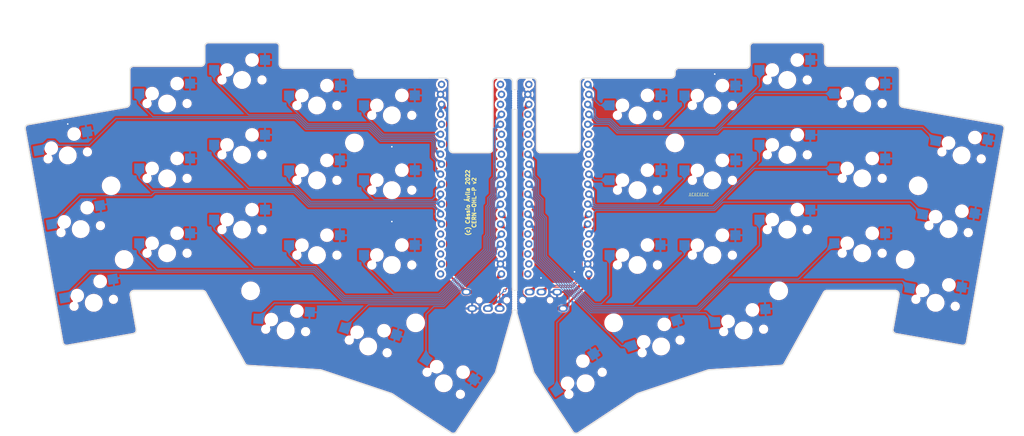
<source format=kicad_pcb>
(kicad_pcb (version 20221018) (generator pcbnew)
  (layers (0 "F.Cu" signal) (31 "B.Cu" signal) (34 "B.Paste" user) (35 "F.Paste" user) (36 "B.SilkS" user "B.Silkscreen") (37 "F.SilkS" user "F.Silkscreen") (38 "B.Mask" user) (39 "F.Mask" user) (44 "Edge.Cuts" user))
  (net 0 "")
  (net 1 "/k0_0")
  (net 2 "GND")
  (net 3 "/k1_0")
  (net 4 "/k2_0")
  (net 5 "/k0_1")
  (net 6 "/k1_1")
  (net 7 "/k2_1")
  (net 8 "/k0_2")
  (net 9 "/k1_2")
  (net 10 "/k2_2")
  (net 11 "/k0_3")
  (net 12 "/k1_3")
  (net 13 "/k2_3")
  (net 14 "/k0_4")
  (net 15 "/k1_4")
  (net 16 "/k0_5")
  (net 17 "/k1_5")
  (net 18 "/k2_5")
  (net 19 "/k0_6")
  (net 20 "/k1_6")
  (net 21 "/k2_6")
  (net 22 "/k0_7")
  (net 23 "/k1_7")
  (net 24 "/k2_7")
  (net 25 "/k0_8")
  (net 26 "/k1_8")
  (net 27 "/k2_8")
  (net 28 "/k0_9")
  (net 29 "/k1_9")
  (net 30 "/k2_9")
  (net 62 "/k3_0")
  (net 63 "/k3_1")
  (net 64 "/k3_2")
  (net 65 "/k3_3")
  (net 66 "/k3_4")
  (net 67 "/k3_5")
  (net 68 "TX_l")
  (net 69 "RX_l")
  (net 70 "+3V3")
  (net 71 "TX_r")
  (net 72 "RX_r")
  (net 73 "/k2_4")
  (footprint "tenax:CherryMX_Hotswap" (layer "F.Cu") (at 82.548998 79.629002)
    (fp_text reference "SW8" hide)
    (fp_text value "SW_SPST" hide)
  )
  (footprint "tenax:CherryMX_Hotswap" (layer "F.Cu") (at 202.148999 67.079001)
    (fp_text reference "SW23" hide)
    (fp_text value "SW_SPST" hide)
  )
  (footprint "tenax:M2_HOLE_v2" (layer "F.Cu") (at 254.479898 87.5157)
    (fp_text reference "H6" hide)
    (fp_text value "MountingHole" hide)
  )
  (footprint "tenax:CherryMX_Hotswap" (layer "F.Cu") (at 221.198999 60.579002)
    (fp_text reference "SW27" hide)
    (fp_text value "SW_SPST" hide)
  )
  (footprint "tenax:M2_HOLE_v2" (layer "F.Cu") (at 126.686109 122.411002)
    (fp_text reference "H7" hide)
    (fp_text value "MountingHole" hide)
  )
  (footprint "tenax:CherryMX_Hotswap" (layer "F.Cu") (at 262.206206 98.550007 -10)
    (fp_text reference "SW35" hide)
    (fp_text value "SW_SPST" hide)
  )
  (footprint "tenax:M2_HOLE_v2" (layer "F.Cu") (at 111.124 76.604001)
    (fp_text reference "H11" hide)
    (fp_text value "MountingHole" hide)
  )
  (footprint "tenax:MJ-4PP-9_1side" (layer "F.Cu") (at 151.373997 116.654002 -90)
    (fp_text reference "J1")
    (fp_text value "AudioJack4" hide)
  )
  (footprint "tenax:Breakaway_Tabs" (layer "F.Cu") (at 151.574 116.654001 90)
    (fp_text reference "H2")
    (fp_text value "Breakaway Tabs")
  )
  (footprint "tenax:CherryMX_Hotswap" (layer "F.Cu") (at 63.498999 104.679)
    (fp_text reference "SW6" hide)
    (fp_text value "SW_SPST" hide)
  )
  (footprint "tenax:CherryMX_Hotswap" (layer "F.Cu") (at 221.198998 98.679001)
    (fp_text reference "SW29" hide)
    (fp_text value "SW_SPST" hide)
  )
  (footprint "tenax:M2_HOLE_v2" (layer "F.Cu") (at 177.061888 122.411)
    (fp_text reference "H10" hide)
    (fp_text value "MountingHole" hide)
  )
  (footprint "tenax:M2_HOLE_v2" (layer "F.Cu") (at 52.576099 106.2763)
    (fp_text reference "H12" hide)
    (fp_text value "MountingHole" hide)
  )
  (footprint "tenax:CherryMX_Hotswap" (layer "F.Cu") (at 120.649 107.679001)
    (fp_text reference "SW17" hide)
    (fp_text value "SW_SPST" hide)
  )
  (footprint "tenax:CherryMX_Hotswap" (layer "F.Cu") (at 82.548998 60.579001)
    (fp_text reference "SW7" hide)
    (fp_text value "SW_SPST" hide)
  )
  (footprint "tenax:CherryMX_Hotswap" (layer "F.Cu") (at 101.598999 105.179002)
    (fp_text reference "SW13" hide)
    (fp_text value "SW_SPST" hide)
  )
  (footprint "tenax:CherryMX_Hotswap" (layer "F.Cu") (at 258.898204 117.310609 -10)
    (fp_text reference "SW36" hide)
    (fp_text value "SW_SPST" hide)
  )
  (footprint "tenax:CherryMX_Hotswap" (layer "F.Cu") (at 120.648999 88.628999)
    (fp_text reference "SW16" hide)
    (fp_text value "SW_SPST" hide)
  )
  (footprint "tenax:CherryMX_Hotswap" (layer "F.Cu") (at 240.248999 104.679003)
    (fp_text reference "SW33" hide)
    (fp_text value "SW_SPST" hide)
  )
  (footprint "tenax:CherryMX_Hotswap" (layer "F.Cu") (at 265.514204 79.789409 -10)
    (fp_text reference "SW34" hide)
    (fp_text value "SW_SPST" hide)
  )
  (footprint "tenax:Breakaway_Tabs" (layer "F.Cu") (at 152.173998 65.554002 90)
    (fp_text reference "H13")
    (fp_text value "Breakaway Tabs")
  )
  (footprint "tenax:CherryMX_Hotswap" (layer "F.Cu") (at 44.849805 117.310607 10)
    (fp_text reference "SW3" hide)
    (fp_text value "SW_SPST" hide)
  )
  (footprint "tenax:CherryMX_Hotswap" (layer "F.Cu") (at 82.549 98.679002)
    (fp_text reference "SW9" hide)
    (fp_text value "SW_SPST" hide)
  )
  (footprint "tenax:CherryMX_Hotswap" (layer "F.Cu") (at 63.498999 66.579)
    (fp_text reference "SW4" hide)
    (fp_text value "SW_SPST" hide)
  )
  (footprint "tenax:CherryMX_Hotswap" (layer "F.Cu") (at 240.248998 66.579)
    (fp_text reference "SW31" hide)
    (fp_text value "SW_SPST" hide)
  )
  (footprint "tenax:CherryMX_Hotswap" (layer "F.Cu") (at 63.499 85.629002)
    (fp_text reference "SW5" hide)
    (fp_text value "SW_SPST" hide)
  )
  (footprint "tenax:CherryMX_Hotswap" (layer "F.Cu") (at 41.541805 98.550006 10)
    (fp_text reference "SW2" hide)
    (fp_text value "SW_SPST" hide)
  )
  (footprint "tenax:CherryMX_Hotswap" (layer "F.Cu") (at 183.098998 88.629)
    (fp_text reference "SW20" hide)
    (fp_text value "SW_SPST" hide)
  )
  (footprint "tenax:Breakaway_Tabs" (layer "F.Cu") (at 151.573998 65.554002 90)
    (fp_text reference "H1")
    (fp_text value "Breakaway Tabs")
  )
  (footprint "tenax:CherryMX_Hotswap" (layer "F.Cu") (at 93.650178 124.343199 -3.5)
    (fp_text reference "SW10" hide)
    (fp_text value "SW_SPST" hide)
  )
  (footprint "tenax:M2_HOLE_v2" (layer "F.Cu") (at 219.023598 114.254481)
    (fp_text reference "H5" hide)
    (fp_text value "MountingHole" hide)
  )
  (footprint "tenax:CherryMX_Hotswap" (layer "F.Cu") (at 169.906537 137.791064 33.5)
    (fp_text reference "SW22" hide)
    (fp_text value "SW_SPST" hide)
  )
  (footprint "tenax:CherryMX_Hotswap" (layer "F.Cu") (at 210.097851 124.343203 3.5)
    (fp_text reference "SW30" hide)
    (fp_text value "SW_SPST" hide)
  )
  (footprint "tenax:CherryMX_Hotswap" (layer "F.Cu") (at 38.233806 79.789407 10)
    (fp_text reference "SW1" hide)
    (fp_text value "SW_SPST" hide)
  )
  (footprint "tenax:Breakaway_Tabs" (layer "F.Cu") (at 152.174 116.654001 90)
    (fp_text reference "H14")
    (fp_text value "Breakaway Tabs")
  )
  (footprint "tenax:CherryMX_Hotswap" (layer "F.Cu") (at 202.149001 86.129)
    (fp_text reference "SW24" hide)
    (fp_text value "SW_SPST" hide)
  )
  (footprint "tenax:CherryMX_Hotswap" (layer "F.Cu") (at 240.248999 85.629001)
    (fp_text reference "SW32" hide)
    (fp_text value "SW_SPST" hide)
  )
  (footprint "tenax:CherryMX_Hotswap" (layer "F.Cu") (at 202.148999 105.179002)
    (fp_text reference "SW25" hide)
    (fp_text value "SW_SPST" hide)
  )
  (footprint "tenax:M2_HOLE_v2" (layer "F.Cu") (at 192.624 76.604001)
    (fp_text reference "H9" hide)
    (fp_text value "MountingHole" hide)
  )
  (footprint "tenax:CherryMX_Hotswap" (layer "F.Cu") (at 120.648999 69.579002)
    (fp_text reference "SW15" hide)
    (fp_text value "SW_SPST" hide)
  )
  (footprint "tenax:M2_HOLE_v2" (layer "F.Cu") (at 251.171899 106.276302)
    (fp_text reference "H4" hide)
    (fp_text value "MountingHole" hide)
  )
  (footprint "tenax:MJ-4PP-9_1side" (layer "F.Cu") (at 152.373998 116.654 90)
    (fp_text reference "J2")
    (fp_text value "AudioJack4" hide)
  )
  (footprint "tenax:CherryMX_Hotswap" (layer "F.Cu") (at 221.198999 79.629003)
    (fp_text reference "SW28" hide)
    (fp_text value "SW_SPST" hide)
  )
  (footprint "tenax:M2_HOLE_v2" (layer "F.Cu") (at 49.2681 87.515702)
    (fp_text reference "H3" hide)
    (fp_text value "MountingHole" hide)
  )
  (footprint "tenax:CherryMX_Hotswap" (layer "F.Cu") (at 183.098999 69.579002)
    (fp_text reference "SW19" hide)
    (fp_text value "SW_SPST" hide)
  )
  (footprint "tenax:CherryMX_Hotswap" (layer "F.Cu") (at 101.598999 86.129002)
    (fp_text reference "SW12" hide)
    (fp_text value "SW_SPST" hide)
  )
  (footprint "tenax:CherryMX_Hotswap" (layer "F.Cu") (at 189.117041 128.421469 18.5)
    (fp_text reference "SW26" hide)
    (fp_text value "SW_SPST" hide)
  )
  (footprint "tenax:CherryMX_Hotswap" (layer "F.Cu") (at 114.631 128.421457 -18.5)
    (fp_text reference "SW14" hide)
    (fp_text value "SW_SPST" hide)
  )
  (footprint "tenax:M2_HOLE_v2" (layer "F.Cu") (at 84.724398 114.25448)
    (fp_text reference "H8" hide)
    (fp_text value "MountingHole" hide)
  )
  (footprint "tenax:CherryMX_Hotswap" (layer "F.Cu") (at 183.098999 107.679002)
    (fp_text reference "SW21" hide)
    (fp_text value "SW_SPST" hide)
  )
  (footprint "tenax:CherryMX_Hotswap" (layer "F.Cu") (at 101.599 67.079)
    (fp_text reference "SW11" hide)
    (fp_text value "SW_SPST" hide)
  )
  (footprint "tenax:CherryMX_Hotswap" (layer "F.Cu") (at 133.841437 137.791064 -33.5)
    (fp_text reference "SW18" hide)
    (fp_text value "SW_SPST" hide)
  )
  (footprint "tenax:BlackPill_STLINK" (layer "B.Cu") (at 140.774001 86.804002 180)
    (fp_text reference "U1")
    (fp_text value "YAAJ_WeAct_BlackPill_Part_Like")
  )
  (footprint "tenax:BlackPill_STLINK" (layer "B.Cu") (at 162.973997 86.804001 180)
    (fp_text reference "U2")
    (fp_text value "YAAJ_WeAct_BlackPill_Part_Like")
  )
  (gr_line (start 27.3732 73.047902) (end 36.949898 127.360102) (stroke (width 0.15)) (layer "Edge.Cuts"))
  (gr_arc (start 156.474 60.054001) (mid 157.181107 60.346895) (end 157.473998 61.054002) (stroke (width 0.15)) (layer "Edge.Cuts"))
  (gr_line (start 151.373998 61.054002) (end 151.373998 63.054002) (stroke (width 0.15)) (layer "Edge.Cuts"))
  (gr_line (start 192.623999 59.054001) (end 192.623999 58.554002) (stroke (width 0.15)) (layer "Edge.Cuts"))
  (gr_line (start 92.073999 52.054002) (end 92.074 56.554003) (stroke (width 0.15)) (layer "Edge.Cuts"))
  (gr_arc (start 72.434099 114.204003) (mid 72.942164 114.342684) (end 73.309312 114.720261) (stroke (width 0.15)) (layer "Edge.Cuts"))
  (gr_line (start 120.751242 140.549201) (end 135.693099 150.439) (stroke (width 0.15)) (layer "Edge.Cuts"))
  (gr_line (start 156.792699 135.235603) (end 166.669099 150.157101) (stroke (width 0.15)) (layer "Edge.Cuts"))
  (gr_line (start 231.724 57.054001) (end 248.773999 57.054002) (stroke (width 0.15)) (layer "Edge.Cuts"))
  (gr_arc (start 120.516608 140.434777) (mid 120.637673 140.484306) (end 120.751238 140.549213) (stroke (width 0.15)) (layer "Edge.Cuts"))
  (gr_line (start 54.180899 115.37765) (end 55.710498 124.052103) (stroke (width 0.15)) (layer "Edge.Cuts"))
  (gr_arc (start 102.444448 134.423866) (mid 102.574207 134.440374) (end 102.700702 134.473676) (stroke (width 0.15)) (layer "Edge.Cuts"))
  (gr_line (start 135.274 61.054002) (end 135.273999 78.054001) (stroke (width 0.15)) (layer "Edge.Cuts"))
  (gr_line (start 230.723999 56.054001) (end 230.724 52.054001) (stroke (width 0.15)) (layer "Edge.Cuts"))
  (gr_arc (start 137.078886 150.157139) (mid 136.444367 150.585125) (end 135.693062 150.439087) (stroke (width 0.15)) (layer "Edge.Cuts"))
  (gr_line (start 120.516608 140.4348) (end 102.700699 134.473701) (stroke (width 0.15)) (layer "Edge.Cuts"))
  (gr_arc (start 147.083095 134.957719) (mid 147.029873 135.101543) (end 146.955286 135.235539) (stroke (width 0.15)) (layer "Edge.Cuts"))
  (gr_line (start 151.374 114.154001) (end 152.374 114.154002) (stroke (width 0.15)) (layer "Edge.Cuts"))
  (gr_arc (start 152.412302 120.03812) (mid 152.38362 119.902392) (end 152.373998 119.764001) (stroke (width 0.15)) (layer "Edge.Cuts"))
  (gr_arc (start 91.073999 51.054001) (mid 91.781107 51.346894) (end 92.073999 52.054002) (stroke (width 0.15)) (layer "Edge.Cuts"))
  (gr_line (start 167.474 79.054) (end 158.473999 79.054001) (stroke (width 0.15)) (layer "Edge.Cuts"))
  (gr_arc (start 248.5822 114.204002) (mid 249.348244 114.561215) (end 249.567005 115.37765) (stroke (width 0.15)) (layer "Edge.Cuts"))
  (gr_line (start 201.047298 134.473701) (end 183.23139 140.434801) (stroke (width 0.15)) (layer "Edge.Cuts"))
  (gr_line (start 152.373998 119.764001) (end 152.374 119.754002) (stroke (width 0.15)) (layer "Edge.Cuts"))
  (gr_line (start 102.444496 134.423901) (end 84.109799 133.302501) (stroke (width 0.15)) (layer "Edge.Cuts"))
  (gr_arc (start 112.123999 60.054001) (mid 111.416893 59.761107) (end 111.123999 59.054) (stroke (width 0.15)) (layer "Edge.Cuts"))
  (gr_line (start 74.023999 51.054002) (end 91.073999 51.054001) (stroke (width 0.15)) (layer "Edge.Cuts"))
  (gr_line (start 54.899298 125.210502) (end 38.108398 128.171202) (stroke (width 0.15)) (layer "Edge.Cuts"))
  (gr_line (start 191.624 60.054) (end 173.573999 60.054001) (stroke (width 0.15)) (layer "Edge.Cuts"))
  (gr_arc (start 84.109852 133.302537) (mid 83.636768 133.149804) (end 83.295689 132.788142) (stroke (width 0.15)) (layer "Edge.Cuts"))
  (gr_arc (start 110.123999 57.554002) (mid 110.831105 57.846895) (end 111.123998 58.554002) (stroke (width 0.15)) (layer "Edge.Cuts"))
  (gr_line (start 151.374002 119.154002) (end 152.373999 119.153999) (stroke (width 0.15)) (layer "Edge.Cuts"))
  (gr_arc (start 136.274 79.054001) (mid 135.566893 78.761108) (end 135.273999 78.054001) (stroke (width 0.15)) (layer "Edge.Cuts"))
  (gr_arc (start 192.623999 59.054001) (mid 192.331106 59.761106) (end 191.624 60.054) (stroke (width 0.15)) (layer "Edge.Cuts"))
  (gr_line (start 151.373999 119.754002) (end 151.374002 119.154002) (stroke (width 0.15)) (layer "Edge.Cuts"))
  (gr_line (start 150.373999 60.054) (end 147.273999 60.054) (stroke (width 0.15)) (layer "Edge.Cuts"))
  (gr_line (start 54.974 57.054001) (end 72.023998 57.054002) (stroke (width 0.15)) (layer "Edge.Cuts"))
  (gr_arc (start 168.054935 150.439087) (mid 167.303632 150.585125) (end 166.669114 150.157139) (stroke (width 0.15)) (layer "Edge.Cuts"))
  (gr_arc (start 93.073998 57.554001) (mid 92.366892 57.261108) (end 92.074 56.554003) (stroke (width 0.15)) (layer "Edge.Cuts"))
  (gr_arc (start 201.047294 134.473676) (mid 201.17379 134.440373) (end 201.303551 134.423865) (stroke (width 0.15)) (layer "Edge.Cuts"))
  (gr_line (start 193.623999 57.554001) (end 210.673997 57.554001) (stroke (width 0.15)) (layer "Edge.Cuts"))
  (gr_arc (start 168.473999 61.054003) (mid 168.766891 60.346894) (end 169.473999 60.054) (stroke (width 0.15)) (layer "Edge.Cuts"))
  (gr_line (start 152.373999 68.054001) (end 152.374 114.154002) (stroke (width 0.15)) (layer "Edge.Cuts"))
  (gr_arc (start 230.438689 114.720261) (mid 230.805835 114.342682) (end 231.3139 114.204001) (stroke (width 0.15)) (layer "Edge.Cuts"))
  (gr_arc (start 73.023999 52.054001) (mid 73.316891 51.346892) (end 74.023999 51.054002) (stroke (width 0.15)) (layer "Edge.Cuts"))
  (gr_line (start 157.473999 78.054) (end 157.473998 61.054002) (stroke (width 0.15)) (layer "Edge.Cuts"))
  (gr_line (start 219.638198 133.302502) (end 201.303497 134.423901) (stroke (width 0.15)) (layer "Edge.Cuts"))
  (gr_line (start 130.173997 60.054002) (end 134.274 60.054002) (stroke (width 0.15)) (layer "Edge.Cuts"))
  (gr_line (start 168.474 78.054001) (end 168.473999 61.054003) (stroke (width 0.15)) (layer "Edge.Cuts"))
  (gr_arc (start 53.973999 58.054001) (mid 54.266893 57.346894) (end 54.974 57.054001) (stroke (width 0.15)) (layer "Edge.Cuts"))
  (gr_arc (start 248.773999 57.054002) (mid 249.481105 57.346894) (end 249.773998 58.054) (stroke (width 0.15)) (layer "Edge.Cuts"))
  (gr_line (start 248.037501 124.052101) (end 249.567099 115.377651) (stroke (width 0.15)) (layer "Edge.Cuts"))
  (gr_arc (start 27.373191 73.047949) (mid 27.538848 72.300726) (end 28.184351 71.889494) (stroke (width 0.15)) (layer "Edge.Cuts"))
  (gr_line (start 211.674 56.554003) (end 211.674 52.053999) (stroke (width 0.15)) (layer "Edge.Cuts"))
  (gr_line (start 151.373999 119.754002) (end 151.373999 119.764002) (stroke (width 0.15)) (layer "Edge.Cuts"))
  (gr_line (start 212.673999 51.054002) (end 229.723999 51.054) (stroke (width 0.15)) (layer "Edge.Cuts"))
  (gr_line (start 249.773999 66.503001) (end 249.773998 58.054) (stroke (width 0.15)) (layer "Edge.Cuts"))
  (gr_arc (start 152.373998 61.054) (mid 152.666891 60.346892) (end 153.373999 60.054001) (stroke (width 0.15)) (layer "Edge.Cuts"))
  (gr_arc (start 54.180991 115.377649) (mid 54.399755 114.561212) (end 55.1658 114.204001) (stroke (width 0.15)) (layer "Edge.Cuts"))
  (gr_line (start 146.273998 61.054001) (end 146.273999 78.054001) (stroke (width 0.15)) (layer "Edge.Cuts"))
  (gr_arc (start 250.600352 67.487808) (mid 250.007956 67.145788) (end 249.773999 66.503001) (stroke (width 0.15)) (layer "Edge.Cuts"))
  (gr_arc (start 231.724 57.054001) (mid 231.016893 56.761108) (end 230.723999 56.054001) (stroke (width 0.15)) (layer "Edge.Cuts"))
  (gr_arc (start 38.108347 128.17121) (mid 37.361121 128.005554) (end 36.949892 127.360049) (stroke (width 0.15)) (layer "Edge.Cuts"))
  (gr_arc (start 146.273998 61.054001) (mid 146.566891 60.346892) (end 147.273999 60.054) (stroke (width 0.15)) (layer "Edge.Cuts"))
  (gr_arc (start 229.723999 51.054) (mid 230.431107 51.346893) (end 230.724 52.054001) (stroke (width 0.15)) (layer "Edge.Cuts"))
  (gr_line (start 53.973999 58.054001) (end 53.973999 66.503002) (stroke (width 0.15)) (layer "Edge.Cuts"))
  (gr_line (start 168.054898 150.439002) (end 182.996757 140.549202) (stroke (width 0.15)) (layer "Edge.Cuts"))
  (gr_line (start 130.173997 60.054002) (end 112.123999 60.054001) (stroke (width 0.15)) (layer "Edge.Cuts"))
  (gr_arc (start 151.373999 119.764002) (mid 151.364377 119.902393) (end 151.335695 120.03812) (stroke (width 0.15)) (layer "Edge.Cuts"))
  (gr_arc (start 156.792713 135.235538) (mid 156.718125 135.101544) (end 156.664903 134.95772) (stroke (width 0.15)) (layer "Edge.Cuts"))
  (gr_line (start 28.184398 71.889502) (end 53.1476 67.4878) (stroke (width 0.15)) (layer "Edge.Cuts"))
  (gr_arc (start 53.973999 66.503002) (mid 53.740044 67.145788) (end 53.14765 67.48781) (stroke (width 0.15)) (layer "Edge.Cuts"))
  (gr_arc (start 158.473999 79.054001) (mid 157.766892 78.761107) (end 157.473999 78.054) (stroke (width 0.15)) (layer "Edge.Cuts"))
  (gr_arc (start 266.798108 127.36005) (mid 266.386876 128.005553) (end 265.639652 128.171209) (stroke (width 0.15)) (layer "Edge.Cuts"))
  (gr_arc (start 211.674 56.554003) (mid 211.381105 57.261109) (end 210.673997 57.554001) (stroke (width 0.15)) (layer "Edge.Cuts"))
  (gr_line (start 250.600398 67.487801) (end 275.563598 71.889501) (stroke (width 0.15)) (layer "Edge.Cuts"))
  (gr_line (start 248.5822 114.204002) (end 231.3139 114.204001) (stroke (width 0.15)) (layer "Edge.Cuts"))
  (gr_arc (start 275.563647 71.889493) (mid 276.209151 72.300724) (end 276.374808 73.047949) (stroke (width 0.15)) (layer "Edge.Cuts"))
  (gr_arc (start 55.710506 124.052053) (mid 55.544851 124.799277) (end 54.899349 125.21051) (stroke (width 0.15)) (layer "Edge.Cuts"))
  (gr_arc (start 211.674 52.053999) (mid 211.966893 51.346893) (end 212.673999 51.054002) (stroke (width 0.15)) (layer "Edge.Cuts"))
  (gr_arc (start 146.273999 78.054001) (mid 145.981106 78.761108) (end 145.273999 79.053999) (stroke (width 0.15)) (layer "Edge.Cuts"))
  (gr_line (start 265.639598 128.171201) (end 248.848699 125.2105) (stroke (width 0.15)) (layer "Edge.Cuts"))
  (gr_line (start 152.373999 119.153999) (end 152.374 119.754002) (stroke (width 0.15)) (layer "Edge.Cuts"))
  (gr_line (start 137.078897 150.157101) (end 146.9553 135.235601) (stroke (width 0.15)) (layer "Edge.Cuts"))
  (gr_line (start 266.7981 127.360102) (end 276.374799 73.047901) (stroke (width 0.15)) (layer "Edge.Cuts"))
  (gr_line (start 156.6649 134.957801) (end 152.412298 120.038101) (stroke (width 0.15)) (layer "Edge.Cuts"))
  (gr_arc (start 248.848651 125.210508) (mid 248.203148 124.799277) (end 248.03749 124.052052) (stroke (width 0.15)) (layer "Edge.Cuts"))
  (gr_arc (start 134.274 60.054002) (mid 134.981104 60.346896) (end 135.274 61.054002) (stroke (width 0.15)) (layer "Edge.Cuts"))
  (gr_arc (start 220.452309 132.788144) (mid 220.111229 133.149803) (end 219.638148 133.302535) (stroke (width 0.15)) (layer "Edge.Cuts"))
  (gr_line (start 73.023999 52.054001) (end 73.024 56.054001) (stroke (width 0.15)) (layer "Edge.Cuts"))
  (gr_line (start 111.123998 58.554002) (end 111.123999 59.054) (stroke (width 0.15)) (layer "Edge.Cuts"))
  (gr_arc (start 150.373999 60.054) (mid 151.081108 60.346893) (end 151.373998 61.054002) (stroke (width 0.15)) (layer "Edge.Cuts"))
  (gr_line (start 72.434099 114.204003) (end 55.1658 114.204001) (stroke (width 0.15)) (layer "Edge.Cuts"))
  (gr_line (start 151.335699 120.0381) (end 147.0831 134.957803) (stroke (width 0.15)) (layer "Edge.Cuts"))
  (gr_arc (start 168.474 78.054001) (mid 168.181106 78.761107) (end 167.474 79.054) (stroke (width 0.15)) (layer "Edge.Cuts"))
  (gr_line (start 169.473999 60.054) (end 173.573999 60.054001) (stroke (width 0.15)) (layer "Edge.Cuts"))
  (gr_line (start 151.373998 68.054002) (end 152.373999 68.054001) (stroke (width 0.15)) (layer "Edge.Cuts"))
  (gr_line (start 220.452299 132.788102) (end 230.4387 114.720262) (stroke (width 0.15)) (layer "Edge.Cuts"))
  (gr_line (start 145.273999 79.053999) (end 136.274 79.054001) (stroke (width 0.15)) (layer "Edge.Cuts"))
  (gr_line (start 151.374 114.154001) (end 151.373998 68.054002) (stroke (width 0.15)) (layer "Edge.Cuts"))
  (gr_line (start 73.309298 114.72026) (end 83.295699 132.7881) (stroke (width 0.15)) (layer "Edge.Cuts"))
  (gr_arc (start 192.623999 58.554002) (mid 192.916891 57.846894) (end 193.623999 57.554001) (stroke (width 0.15)) (layer "Edge.Cuts"))
  (gr_line (start 93.073998 57.554001) (end 110.123999 57.554002) (stroke (width 0.15)) (layer "Edge.Cuts"))
  (gr_line (start 156.474 60.054001) (end 153.373999 60.054001) (stroke (width 0.15)) (layer "Edge.Cuts"))
  (gr_line (start 152.373999 63.054002) (end 152.373998 61.054) (stroke (width 0.15)) (layer "Edge.Cuts"))
  (gr_arc (start 73.024 56.054001) (mid 72.731107 56.761109) (end 72.023998 57.054002) (stroke (width 0.15)) (layer "Edge.Cuts"))
  (gr_line (start 151.373998 63.054002) (end 152.373999 63.054002) (stroke (width 0.15)) (layer "Edge.Cuts"))
  (gr_arc (start 182.996758 140.549215) (mid 183.110321 140.4843) (end 183.23139 140.434778) (stroke (width 0.15)) (layer "Edge.Cuts"))
  (gr_text "(c) Cássio Ávila 2022\nCERN-OHL-P v2" (at 140.774001 91.804002 -270) (layer "F.SilkS") (effects (font (size 1 1) (thickness 0.25))))
  (gr_text "JLCJLCJLCJLC" (at 198.675 89.775) (layer "F.SilkS") (effects (font (size 0.8 0.5) (thickness 0.1))))
  (segment (start 98.780189 73.120499) (end 96.05873 70.39904) (width 0.25) (layer "B.Cu") (net 1))
  (segment (start 114.694469 73.120499) (end 98.780189 73.120499) (width 0.25) (layer "B.Cu") (net 1))
  (segment (start 43.726858 77.173142) (end 35.915143 77.173142) (width 0.25) (layer "B.Cu") (net 1))
  (segment (start 96.05873 70.39904) (end 50.50096 70.39904) (width 0.25) (layer "B.Cu") (net 1))
  (segment (start 130.87596 76.446115) (end 130.631927 76.202082) (width 0.25) (layer "B.Cu") (net 1))
  (segment (start 35.915143 77.173142) (end 34.817075 76.075074) (width 0.25) (layer "B.Cu") (net 1))
  (segment (start 131.775 83.312001) (end 131.775 81.153719) (width 0.25) (layer "B.Cu") (net 1))
  (segment (start 133.027001 84.564002) (end 131.775 83.312001) (width 0.25) (layer "B.Cu") (net 1))
  (segment (start 130.631927 76.202082) (end 117.776052 76.202082) (width 0.25) (layer "B.Cu") (net 1))
  (segment (start 33.258596 76.075074) (end 30.815377 78.518293) (width 0.25) (layer "B.Cu") (net 1))
  (segment (start 130.87596 80.254678) (end 130.87596 76.446115) (width 0.25) (layer "B.Cu") (net 1))
  (segment (start 117.776052 76.202082) (end 114.694469 73.120499) (width 0.25) (layer "B.Cu") (net 1))
  (segment (start 34.817075 76.075074) (end 33.258596 76.075074) (width 0.25) (layer "B.Cu") (net 1))
  (segment (start 131.775 81.153719) (end 130.87596 80.254678) (width 0.25) (layer "B.Cu") (net 1))
  (segment (start 50.50096 70.39904) (end 43.726858 77.173142) (width 0.25) (layer "B.Cu") (net 1))
  (via (at 202.748999 59.079001) (size 0.8) (drill 0.4) (layers "F.Cu" "B.Cu") (net 2))
  (via (at 38.233806 71.789407) (size 0.8) (drill 0.4) (layers "F.Cu" "B.Cu") (net 2))
  (via (at 167.1 109.425) (size 0.8) (drill 0.4) (layers "F.Cu" "B.Cu") (net 2))
  (via (at 120.648999 96.628999) (size 0.8) (drill 0.4) (layers "F.Cu" "B.Cu") (net 2))
  (via (at 120.648999 77.579002) (size 0.8) (drill 0.4) (layers "F.Cu" "B.Cu") (net 2))
  (via (at 158.575 110.975) (size 0.8) (drill 0.4) (layers "F.Cu" "B.Cu") (net 2))
  (segment (start 131.190882 92.8516) (end 131.76269 93.423408) (width 0.25) (layer "B.Cu") (net 3))
  (segment (start 95.808727 89.19904) (end 99.461287 92.8516) (width 0.25) (layer "B.Cu") (net 3))
  (segment (start 60.32596 89.19904) (end 95.808727 89.19904) (width 0.25) (layer "B.Cu") (net 3))
  (segment (start 59.484777 90.040223) (end 60.32596 89.19904) (width 0.25) (layer "B.Cu") (net 3))
  (segment (start 131.76269 95.745691) (end 133.281001 97.264002) (width 0.25) (layer "B.Cu") (net 3))
  (segment (start 131.76269 93.423408) (end 131.76269 95.745691) (width 0.25) (layer "B.Cu") (net 3))
  (segment (start 34.128949 97.278892) (end 41.367618 90.040223) (width 0.25) (layer "B.Cu") (net 3))
  (segment (start 99.461287 92.8516) (end 131.190882 92.8516) (width 0.25) (layer "B.Cu") (net 3))
  (segment (start 41.367618 90.040223) (end 59.484777 90.040223) (width 0.25) (layer "B.Cu") (net 3))
  (segment (start 145.90813 101.145437) (end 146.36248 100.691087) (width 0.25) (layer "B.Cu") (net 4))
  (segment (start 133.332054 116.89848) (end 145.90813 104.322404) (width 0.25) (layer "B.Cu") (net 4))
  (segment (start 108.134762 116.89848) (end 133.332054 116.89848) (width 0.25) (layer "B.Cu") (net 4))
  (segment (start 145.90813 104.322404) (end 145.90813 101.145437) (width 0.25) (layer "B.Cu") (net 4))
  (segment (start 146.36248 100.691087) (end 146.36248 93.452805) (width 0.25) (layer "B.Cu") (net 4))
  (segment (start 37.431376 116.039493) (end 43.996869 109.474) (width 0.25) (layer "B.Cu") (net 4))
  (segment (start 146.36248 93.452805) (end 146.812 93.003285) (width 0.25) (layer "B.Cu") (net 4))
  (segment (start 146.812 91.353003) (end 148.521001 89.644002) (width 0.25) (layer "B.Cu") (net 4))
  (segment (start 146.812 93.003285) (end 146.812 91.353003) (width 0.25) (layer "B.Cu") (net 4))
  (segment (start 100.710282 109.474) (end 108.134762 116.89848) (width 0.25) (layer "B.Cu") (net 4))
  (segment (start 43.996869 109.474) (end 100.710282 109.474) (width 0.25) (layer "B.Cu") (net 4))
  (segment (start 130.818125 75.752562) (end 131.32548 76.259917) (width 0.25) (layer "B.Cu") (net 5))
  (segment (start 56.413999 64.039) (end 56.413999 66.447157) (width 0.25) (layer "B.Cu") (net 5))
  (segment (start 114.880666 72.670979) (end 117.962249 75.752562) (width 0.25) (layer "B.Cu") (net 5))
  (segment (start 56.413999 66.447157) (end 59.916362 69.94952) (width 0.25) (layer "B.Cu") (net 5))
  (segment (start 117.962249 75.752562) (end 130.818125 75.752562) (width 0.25) (layer "B.Cu") (net 5))
  (segment (start 131.32548 76.259917) (end 131.32548 80.068481) (width 0.25) (layer "B.Cu") (net 5))
  (segment (start 59.916362 69.94952) (end 96.244927 69.94952) (width 0.25) (layer "B.Cu") (net 5))
  (segment (start 131.32548 80.068481) (end 133.281001 82.024002) (width 0.25) (layer "B.Cu") (net 5))
  (segment (start 98.966386 72.670979) (end 114.880666 72.670979) (width 0.25) (layer "B.Cu") (net 5))
  (segment (start 96.244927 69.94952) (end 98.966386 72.670979) (width 0.25) (layer "B.Cu") (net 5))
  (segment (start 59.666361 88.74952) (end 95.994925 88.74952) (width 0.25) (layer "B.Cu") (net 6))
  (segment (start 56.414 85.497159) (end 59.666361 88.74952) (width 0.25) (layer "B.Cu") (net 6))
  (segment (start 56.414 83.089002) (end 56.414 85.497159) (width 0.25) (layer "B.Cu") (net 6))
  (segment (start 131.37708 92.40208) (end 133.027001 94.052001) (width 0.25) (layer "B.Cu") (net 6))
  (segment (start 99.647485 92.40208) (end 131.37708 92.40208) (width 0.25) (layer "B.Cu") (net 6))
  (segment (start 95.994925 88.74952) (end 99.647485 92.40208) (width 0.25) (layer "B.Cu") (net 6))
  (segment (start 60.891322 109.02448) (end 100.89648 109.02448) (width 0.25) (layer "B.Cu") (net 7))
  (segment (start 147.25669 88.114313) (end 148.267001 87.104002) (width 0.25) (layer "B.Cu") (net 7))
  (segment (start 147.25669 90.272595) (end 147.25669 88.114313) (width 0.25) (layer "B.Cu") (net 7))
  (segment (start 100.89648 109.02448) (end 108.32096 116.44896) (width 0.25) (layer "B.Cu") (net 7))
  (segment (start 133.145856 116.44896) (end 145.45861 104.136206) (width 0.25) (layer "B.Cu") (net 7))
  (segment (start 145.45861 100.959239) (end 145.91296 100.504889) (width 0.25) (layer "B.Cu") (net 7))
  (segment (start 145.91296 100.504889) (end 145.91296 93.266607) (width 0.25) (layer "B.Cu") (net 7))
  (segment (start 145.45861 104.136206) (end 145.45861 100.959239) (width 0.25) (layer "B.Cu") (net 7))
  (segment (start 56.413999 102.139) (end 56.413999 104.547157) (width 0.25) (layer "B.Cu") (net 7))
  (segment (start 146.36248 92.817087) (end 146.36248 91.166805) (width 0.25) (layer "B.Cu") (net 7))
  (segment (start 145.91296 93.266607) (end 146.36248 92.817087) (width 0.25) (layer "B.Cu") (net 7))
  (segment (start 108.32096 116.44896) (end 133.145856 116.44896) (width 0.25) (layer "B.Cu") (net 7))
  (segment (start 56.413999 104.547157) (end 60.891322 109.02448) (width 0.25) (layer "B.Cu") (net 7))
  (segment (start 146.36248 91.166805) (end 147.25669 90.272595) (width 0.25) (layer "B.Cu") (net 7))
  (segment (start 99.152584 72.221459) (end 96.431125 69.5) (width 0.25) (layer "B.Cu") (net 8))
  (segment (start 133.027001 79.484002) (end 131.775 78.232001) (width 0.25) (layer "B.Cu") (net 8))
  (segment (start 131.775 78.232001) (end 131.775 76.073719) (width 0.25) (layer "B.Cu") (net 8))
  (segment (start 75.463998 60.688998) (end 75.463998 58.039001) (width 0.25) (layer "B.Cu") (net 8))
  (segment (start 84.275 69.5) (end 75.463998 60.688998) (width 0.25) (layer "B.Cu") (net 8))
  (segment (start 96.431125 69.5) (end 84.275 69.5) (width 0.25) (layer "B.Cu") (net 8))
  (segment (start 115.066864 72.221459) (end 99.152584 72.221459) (width 0.25) (layer "B.Cu") (net 8))
  (segment (start 131.775 76.073719) (end 131.004323 75.303042) (width 0.25) (layer "B.Cu") (net 8))
  (segment (start 118.148447 75.303042) (end 115.066864 72.221459) (width 0.25) (layer "B.Cu") (net 8))
  (segment (start 131.004323 75.303042) (end 118.148447 75.303042) (width 0.25) (layer "B.Cu") (net 8))
  (segment (start 99.833682 91.95256) (end 133.049559 91.95256) (width 0.25) (layer "B.Cu") (net 9))
  (segment (start 84.266839 88.3) (end 96.181122 88.3) (width 0.25) (layer "B.Cu") (net 9))
  (segment (start 75.463998 79.497159) (end 84.266839 88.3) (width 0.25) (layer "B.Cu") (net 9))
  (segment (start 96.181122 88.3) (end 99.833682 91.95256) (width 0.25) (layer "B.Cu") (net 9))
  (segment (start 75.463998 77.089002) (end 75.463998 79.497159) (width 0.25) (layer "B.Cu") (net 9))
  (segment (start 132.959658 115.99944) (end 145.00909 103.950008) (width 0.25) (layer "B.Cu") (net 10))
  (segment (start 101.082678 108.57496) (end 108.507158 115.99944) (width 0.25) (layer "B.Cu") (net 10))
  (segment (start 145.46344 100.318691) (end 145.46344 93.080409) (width 0.25) (layer "B.Cu") (net 10))
  (segment (start 108.507158 115.99944) (end 132.959658 115.99944) (width 0.25) (layer "B.Cu") (net 10))
  (segment (start 146.80717 86.277833) (end 148.521001 84.564002) (width 0.25) (layer "B.Cu") (net 10))
  (segment (start 145.46344 93.080409) (end 145.91296 92.630889) (width 0.25) (layer "B.Cu") (net 10))
  (segment (start 146.80717 90.086397) (end 146.80717 86.277833) (width 0.25) (layer "B.Cu") (net 10))
  (segment (start 145.91296 92.630889) (end 145.91296 90.980607) (width 0.25) (layer "B.Cu") (net 10))
  (segment (start 145.00909 100.773041) (end 145.46344 100.318691) (width 0.25) (layer "B.Cu") (net 10))
  (segment (start 75.464 98.547159) (end 85.491801 108.57496) (width 0.25) (layer "B.Cu") (net 10))
  (segment (start 85.491801 108.57496) (end 101.082678 108.57496) (width 0.25) (layer "B.Cu") (net 10))
  (segment (start 145.91296 90.980607) (end 146.80717 90.086397) (width 0.25) (layer "B.Cu") (net 10))
  (segment (start 145.00909 103.950008) (end 145.00909 100.773041) (width 0.25) (layer "B.Cu") (net 10))
  (segment (start 75.464 96.139002) (end 75.464 98.547159) (width 0.25) (layer "B.Cu") (net 10))
  (segment (start 131.190521 74.853522) (end 133.281001 76.944002) (width 0.25) (layer "B.Cu") (net 11))
  (segment (start 94.514 66.947157) (end 99.338782 71.771939) (width 0.25) (layer "B.Cu") (net 11))
  (segment (start 118.334645 74.853522) (end 131.190521 74.853522) (width 0.25) (layer "B.Cu") (net 11))
  (segment (start 99.338782 71.771939) (end 115.253062 71.771939) (width 0.25) (layer "B.Cu") (net 11))
  (segment (start 94.514 64.539) (end 94.514 66.947157) (width 0.25) (layer "B.Cu") (net 11))
  (segment (start 115.253062 71.771939) (end 118.334645 74.853522) (width 0.25) (layer "B.Cu") (net 11))
  (segment (start 100.01988 91.50304) (end 94.513999 85.997159) (width 0.25) (layer "B.Cu") (net 12))
  (segment (start 94.513999 85.997159) (end 94.513999 83.589002) (width 0.25) (layer "B.Cu") (net 12))
  (segment (start 133.027001 90.647999) (end 132.17196 91.50304) (width 0.25) (layer "B.Cu") (net 12))
  (segment (start 133.027001 89.644002) (end 133.027001 90.647999) (width 0.25) (layer "B.Cu") (net 12))
  (segment (start 132.17196 91.50304) (end 100.01988 91.50304) (width 0.25) (layer "B.Cu") (net 12))
  (segment (start 132.77346 115.54992) (end 144.55957 103.76381) (width 0.25) (layer "B.Cu") (net 13))
  (segment (start 145.01392 100.132493) (end 145.01392 92.894211) (width 0.25) (layer "B.Cu") (net 13))
  (segment (start 94.513999 105.047159) (end 97.59228 108.12544) (width 0.25) (layer "B.Cu") (net 13))
  (segment (start 144.55957 100.586843) (end 145.01392 100.132493) (width 0.25) (layer "B.Cu") (net 13))
  (segment (start 144.55957 103.76381) (end 144.55957 100.586843) (width 0.25) (layer "B.Cu") (net 13))
  (segment (start 101.268876 108.12544) (end 108.693355 115.54992) (width 0.25) (layer "B.Cu") (net 13))
  (segment (start 94.513999 102.639002) (end 94.513999 105.047159) (width 0.25) (layer "B.Cu") (net 13))
  (segment (start 146.975 85.474285) (end 146.975 73.156003) (width 0.25) (layer "B.Cu") (net 13))
  (segment (start 145.01392 92.894211) (end 145.46344 92.444692) (width 0.25) (layer "B.Cu") (net 13))
  (segment (start 97.59228 108.12544) (end 101.268876 108.12544) (width 0.25) (layer "B.Cu") (net 13))
  (segment (start 146.975 73.156003) (end 148.267001 71.864002) (width 0.25) (layer "B.Cu") (net 13))
  (segment (start 146.35765 86.091635) (end 146.975 85.474285) (width 0.25) (layer "B.Cu") (net 13))
  (segment (start 108.693355 115.54992) (end 132.77346 115.54992) (width 0.25) (layer "B.Cu") (net 13))
  (segment (start 145.46344 92.444692) (end 145.46344 90.79441) (width 0.25) (layer "B.Cu") (net 13))
  (segment (start 145.46344 90.79441) (end 146.35765 89.900199) (width 0.25) (layer "B.Cu") (net 13))
  (segment (start 146.35765 89.900199) (end 146.35765 86.091635) (width 0.25) (layer "B.Cu") (net 13))
  (segment (start 113.563999 69.447159) (end 118.520842 74.404002) (width 0.25) (layer "B.Cu") (net 14))
  (segment (start 113.563999 67.039002) (end 113.563999 69.447159) (width 0.25) (layer "B.Cu") (net 14))
  (segment (start 118.520842 74.404002) (end 133.027001 74.404002) (width 0.25) (layer "B.Cu") (net 14))
  (segment (start 116.120363 91.05352) (end 130.97148 91.05352) (width 0.25) (layer "B.Cu") (net 15))
  (segment (start 131.76269 90.26231) (end 131.76269 88.622313) (width 0.25) (layer "B.Cu") (net 15))
  (segment (start 130.97148 91.05352) (end 131.76269 90.26231) (width 0.25) (layer "B.Cu") (net 15))
  (segment (start 113.563999 88.497156) (end 116.120363 91.05352) (width 0.25) (layer "B.Cu") (net 15))
  (segment (start 113.563999 86.088999) (end 113.563999 88.497156) (width 0.25) (layer "B.Cu") (net 15))
  (segment (start 131.76269 88.622313) (end 133.281001 87.104002) (width 0.25) (layer "B.Cu") (net 15))
  (segment (start 172.22452 65.79952) (end 172.22452 63.461524) (width 0.25) (layer "B.Cu") (net 16))
  (segment (start 172.22452 63.461524) (end 170.466997 61.704001) (width 0.25) (layer "B.Cu") (net 16))
  (segment (start 173.464002 67.039002) (end 172.22452 65.79952) (width 0.25) (layer "B.Cu") (net 16))
  (segment (start 176.013999 67.039002) (end 173.464002 67.039002) (width 0.25) (layer "B.Cu") (net 16))
  (segment (start 172.245996 86.089) (end 170.720997 84.564001) (width 0.25) (layer "B.Cu") (net 17))
  (segment (start 176.013998 86.089) (end 172.245996 86.089) (width 0.25) (layer "B.Cu") (net 17))
  (segment (start 156.940828 81.197832) (end 155.226997 79.484001) (width 0.25) (layer "B.Cu") (net 18))
  (segment (start 159.92164 105.346614) (end 159.92164 95.604339) (width 0.25) (layer "B.Cu") (net 18))
  (segment (start 157.94856 86.014128) (end 156.940828 85.006396) (width 0.25) (layer "B.Cu") (net 18))
  (segment (start 157.94856 89.822695) (end 157.94856 86.014128) (width 0.25) (layer "B.Cu") (net 18))
  (segment (start 156.940828 85.006396) (end 156.940828 81.197832) (width 0.25) (layer "B.Cu") (net 18))
  (segment (start 159.92164 95.604339) (end 159.0476 94.730299) (width 0.25) (layer "B.Cu") (net 18))
  (segment (start 159.0476 94.730299) (end 159.0476 90.921735) (width 0.25) (layer "B.Cu") (net 18))
  (segment (start 159.0476 90.921735) (end 157.94856 89.822695) (width 0.25) (layer "B.Cu") (net 18))
  (segment (start 173.861797 117.588203) (end 172.163229 117.588203) (width 0.25) (layer "B.Cu") (net 18))
  (segment (start 172.163229 117.588203) (end 159.92164 105.346614) (width 0.25) (layer "B.Cu") (net 18))
  (segment (start 176.013999 115.436001) (end 173.861797 117.588203) (width 0.25) (layer "B.Cu") (net 18))
  (segment (start 176.013999 105.139002) (end 176.013999 115.436001) (width 0.25) (layer "B.Cu") (net 18))
  (segment (start 172.434828 69.766396) (end 173.183873 70.515441) (width 0.25) (layer "B.Cu") (net 19))
  (segment (start 170.720997 64.244001) (end 171.775 65.298004) (width 0.25) (layer "B.Cu") (net 19))
  (segment (start 173.183873 70.515441) (end 176.316418 70.515441) (width 0.25) (layer "B.Cu") (net 19))
  (segment (start 189.82356 72.72644) (end 195.063999 67.486001) (width 0.25) (layer "B.Cu") (net 19))
  (segment (start 172.434828 68.116115) (end 172.434828 69.766396) (width 0.25) (layer "B.Cu") (net 19))
  (segment (start 171.775 65.298004) (end 171.775 67.456286) (width 0.25) (layer "B.Cu") (net 19))
  (segment (start 176.316418 70.515441) (end 178.527417 72.72644) (width 0.25) (layer "B.Cu") (net 19))
  (segment (start 195.063999 67.486001) (end 195.063999 64.539001) (width 0.25) (layer "B.Cu") (net 19))
  (segment (start 171.775 67.456286) (end 172.434828 68.116115) (width 0.25) (layer "B.Cu") (net 19))
  (segment (start 178.527417 72.72644) (end 189.82356 72.72644) (width 0.25) (layer "B.Cu") (net 19))
  (segment (start 195.064001 85.885999) (end 188.52404 92.42596) (width 0.25) (layer "B.Cu") (net 20))
  (segment (start 188.52404 92.42596) (end 172.536678 92.42596) (width 0.25) (layer "B.Cu") (net 20))
  (segment (start 172.180828 92.07011) (end 172.180828 88.817832) (width 0.25) (layer "B.Cu") (net 20))
  (segment (start 195.064001 83.589) (end 195.064001 85.885999) (width 0.25) (layer "B.Cu") (net 20))
  (segment (start 172.180828 88.817832) (end 170.466997 87.104001) (width 0.25) (layer "B.Cu") (net 20))
  (segment (start 172.536678 92.42596) (end 172.180828 92.07011) (width 0.25) (layer "B.Cu") (net 20))
  (segment (start 195.063999 105.011001) (end 182.037277 118.037723) (width 0.25) (layer "B.Cu") (net 21))
  (segment (start 171.977031 118.037723) (end 159.47212 105.532812) (width 0.25) (layer "B.Cu") (net 21))
  (segment (start 158.59808 94.916497) (end 158.59808 91.107933) (width 0.25) (layer "B.Cu") (net 21))
  (segment (start 158.59808 91.107933) (end 157.49904 90.008893) (width 0.25) (layer "B.Cu") (net 21))
  (segment (start 182.037277 118.037723) (end 171.977031 118.037723) (width 0.25) (layer "B.Cu") (net 21))
  (segment (start 195.063999 102.639002) (end 195.063999 105.011001) (width 0.25) (layer "B.Cu") (net 21))
  (segment (start 156.491308 83.034312) (end 155.480997 82.024001) (width 0.25) (layer "B.Cu") (net 21))
  (segment (start 159.47212 95.790537) (end 158.59808 94.916497) (width 0.25) (layer "B.Cu") (net 21))
  (segment (start 159.47212 105.532812) (end 159.47212 95.790537) (width 0.25) (layer "B.Cu") (net 21))
  (segment (start 157.49904 86.200326) (end 156.491308 85.192594) (width 0.25) (layer "B.Cu") (net 21))
  (segment (start 157.49904 90.008893) (end 157.49904 86.200326) (width 0.25) (layer "B.Cu") (net 21))
  (segment (start 156.491308 85.192594) (end 156.491308 83.034312) (width 0.25) (layer "B.Cu") (net 21))
  (segment (start 176.13022 70.964961) (end 178.341219 73.17596) (width 0.25) (layer "B.Cu") (net 22))
  (segment (start 203.005197 73.17596) (end 214.113999 62.067158) (width 0.25) (layer "B.Cu") (net 22))
  (segment (start 171.985308 68.302312) (end 171.985308 69.952594) (width 0.25) (layer "B.Cu") (net 22))
  (segment (start 172.997675 70.964961) (end 176.13022 70.964961) (width 0.25) (layer "B.Cu") (net 22))
  (segment (start 214.113999 62.067158) (end 214.113999 58.039002) (width 0.25) (layer "B.Cu") (net 22))
  (segment (start 171.985308 69.952594) (end 172.997675 70.964961) (width 0.25) (layer "B.Cu") (net 22))
  (segment (start 170.466997 66.784001) (end 171.985308 68.302312) (width 0.25) (layer "B.Cu") (net 22))
  (segment (start 178.341219 73.17596) (end 203.005197 73.17596) (width 0.25) (layer "B.Cu") (net 22))
  (segment (start 202.355678 92.87548) (end 214.113999 81.117159) (width 0.25) (layer "B.Cu") (net 23))
  (segment (start 171.731308 90.654312) (end 171.731308 92.256308) (width 0.25) (layer "B.Cu") (net 23))
  (segment (start 214.113999 81.117159) (end 214.113999 77.089003) (width 0.25) (layer "B.Cu") (net 23))
  (segment (start 172.35048 92.87548) (end 202.355678 92.87548) (width 0.25) (layer "B.Cu") (net 23))
  (segment (start 171.731308 92.256308) (end 172.35048 92.87548) (width 0.25) (layer "B.Cu") (net 23))
  (segment (start 170.720997 89.644001) (end 171.731308 90.654312) (width 0.25) (layer "B.Cu") (net 23))
  (segment (start 159.0226 95.976734) (end 158.14856 95.102693) (width 0.25) (layer "B.Cu") (net 24))
  (segment (start 214.113998 102.725851) (end 198.352606 118.487243) (width 0.25) (layer "B.Cu") (net 24))
  (segment (start 158.14856 91.29413) (end 157.04952 90.195089) (width 0.25) (layer "B.Cu") (net 24))
  (segment (start 171.790833 118.487243) (end 159.0226 105.71901) (width 0.25) (layer "B.Cu") (net 24))
  (segment (start 158.14856 95.102693) (end 158.14856 91.29413) (width 0.25) (layer "B.Cu") (net 24))
  (segment (start 157.04952 90.195089) (end 157.04952 86.386524) (width 0.25) (layer "B.Cu") (net 24))
  (segment (start 159.0226 105.71901) (end 159.0226 95.976734) (width 0.25) (layer "B.Cu") (net 24))
  (segment (start 157.04952 86.386524) (end 155.226997 84.564001) (width 0.25) (layer "B.Cu") (net 24))
  (segment (start 214.113998 96.139001) (end 214.113998 102.725851) (width 0.25) (layer "B.Cu") (net 24))
  (segment (start 198.352606 118.487243) (end 171.790833 118.487243) (width 0.25) (layer "B.Cu") (net 24))
  (segment (start 172.811477 71.414481) (end 170.720997 69.324001) (width 0.25) (layer "B.Cu") (net 25))
  (segment (start 233.163998 64.039) (end 212.777875 64.039) (width 0.25) (layer "B.Cu") (net 25))
  (segment (start 178.155021 73.62548) (end 175.944022 71.414481) (width 0.25) (layer "B.Cu") (net 25))
  (segment (start 203.191395 73.62548) (end 178.155021 73.62548) (width 0.25) (layer "B.Cu") (net 25))
  (segment (start 175.944022 71.414481) (end 172.811477 71.414481) (width 0.25) (layer "B.Cu") (net 25))
  (segment (start 212.777875 64.039) (end 203.191395 73.62548) (width 0.25) (layer "B.Cu") (net 25))
  (segment (start 202.541875 93.325) (end 172.164282 93.325) (width 0.25) (layer "B.Cu") (net 26))
  (segment (start 212.777875 83.089001) (end 202.541875 93.325) (width 0.25) (layer "B.Cu") (net 26))
  (segment (start 233.163999 83.089001) (end 212.777875 83.089001) (width 0.25) (layer "B.Cu") (net 26))
  (segment (start 172.164282 93.325) (end 171.023283 92.184001) (width 0.25) (layer "B.Cu") (net 26))
  (segment (start 156.6 88.223004) (end 156.6 90.381286) (width 0.25) (layer "B.Cu") (net 27))
  (segment (start 206.195126 111.28044) (end 224.022562 111.28044) (width 0.25) (layer "B.Cu") (net 27))
  (segment (start 171.604635 118.936763) (end 198.538802 118.936763) (width 0.25) (layer "B.Cu") (net 27))
  (segment (start 157.69904 91.480327) (end 157.69904 95.28889) (width 0.25) (layer "B.Cu") (net 27))
  (segment (start 157.69904 95.28889) (end 158.57308 96.162931) (width 0.25) (layer "B.Cu") (net 27))
  (segment (start 224.022562 111.28044) (end 233.163999 102.139003) (width 0.25) (layer "B.Cu") (net 27))
  (segment (start 158.57308 96.162931) (end 158.57308 105.905208) (width 0.25) (layer "B.Cu") (net 27))
  (segment (start 155.480997 87.104001) (end 156.6 88.223004) (width 0.25) (layer "B.Cu") (net 27))
  (segment (start 156.6 90.381286) (end 157.69904 91.480327) (width 0.25) (layer "B.Cu") (net 27))
  (segment (start 198.538802 118.936763) (end 206.195126 111.28044) (width 0.25) (layer "B.Cu") (net 27))
  (segment (start 158.57308 105.905208) (end 171.604635 118.936763) (width 0.25) (layer "B.Cu") (net 27))
  (segment (start 177.968823 74.075) (end 203.377592 74.075) (width 0.25) (layer "B.Cu") (net 28))
  (segment (start 203.377592 74.075) (end 204.77811 72.674482) (width 0.25) (layer "B.Cu") (net 28))
  (segment (start 204.77811 72.674482) (end 255.594689 72.674482) (width 0.25) (layer "B.Cu") (net 28))
  (segment (start 255.594689 72.674482) (end 258.977907 76.0577) (width 0.25) (layer "B.Cu") (net 28))
  (segment (start 175.757824 71.864001) (end 177.968823 74.075) (width 0.25) (layer "B.Cu") (net 28))
  (segment (start 170.466997 71.864001) (end 175.757824 71.864001) (width 0.25) (layer "B.Cu") (net 28))
  (segment (start 204.827593 91.675) (end 202.728073 93.77452) (width 0.25) (layer "B.Cu") (net 29))
  (segment (start 255.669909 94.818298) (end 252.526611 91.675) (width 0.25) (layer "B.Cu") (net 29))
  (segment (start 172.025 94.275) (end 172.025 98.499998) (width 0.25) (layer "B.Cu") (net 29))
  (segment (start 252.526611 91.675) (end 204.827593 91.675) (width 0.25) (layer "B.Cu") (net 29))
  (segment (start 172.52548 93.77452) (end 172.025 94.275) (width 0.25) (layer "B.Cu") (net 29))
  (segment (start 172.025 98.499998) (end 170.720997 99.804001) (width 0.25) (layer "B.Cu") (net 29))
  (segment (start 202.728073 93.77452) (end 172.52548 93.77452) (width 0.25) (layer "B.Cu") (net 29))
  (segment (start 171.418437 119.386283) (end 158.12356 106.091406) (width 0.25) (layer "B.Cu") (net 30))
  (segment (start 250.512967 111.72996) (end 206.381323 111.72996) (width 0.25) (layer "B.Cu") (net 30))
  (segment (start 157.24952 91.666524) (end 155.226997 89.644001) (width 0.25) (layer "B.Cu") (net 30))
  (segment (start 158.12356 106.091406) (end 158.12356 96.349128) (width 0.25) (layer "B.Cu") (net 30))
  (segment (start 158.12356 96.349128) (end 157.24952 95.475088) (width 0.25) (layer "B.Cu") (net 30))
  (segment (start 198.725 119.386283) (end 171.418437 119.386283) (width 0.25) (layer "B.Cu") (net 30))
  (segment (start 157.24952 95.475088) (end 157.24952 91.666524) (width 0.25) (layer "B.Cu") (net 30))
  (segment (start 206.381323 111.72996) (end 198.725 119.386283) (width 0.25) (layer "B.Cu") (net 30))
  (segment (start 252.361907 113.5789) (end 250.512967 111.72996) (width 0.25) (layer "B.Cu") (net 30))
  (segment (start 146.812 100.877285) (end 146.812 93.639003) (width 0.25) (layer "B.Cu") (net 62))
  (segment (start 146.812 93.639003) (end 148.267001 92.184002) (width 0.25) (layer "B.Cu") (net 62))
  (segment (start 146.35765 101.331635) (end 146.812 100.877285) (width 0.25) (layer "B.Cu") (net 62))
  (segment (start 146.35765 104.508602) (end 146.35765 101.331635) (width 0.25) (layer "B.Cu") (net 62))
  (segment (start 133.518252 117.348) (end 146.35765 104.508602) (width 0.25) (layer "B.Cu") (net 62))
  (segment (start 86.733456 121.375408) (end 90.760864 117.348) (width 0.25) (layer "B.Cu") (net 62))
  (segment (start 90.760864 117.348) (end 133.518252 117.348) (width 0.25) (layer "B.Cu") (net 62))
  (segment (start 146.80717 104.6948) (end 146.80717 101.517833) (width 0.25) (layer "B.Cu") (net 63))
  (segment (start 108.718081 123.764611) (end 114.685172 117.79752) (width 0.25) (layer "B.Cu") (net 63))
  (segment (start 114.685172 117.79752) (end 133.70445 117.79752) (width 0.25) (layer "B.Cu") (net 63))
  (segment (start 146.80717 101.517833) (end 148.521001 99.804002) (width 0.25) (layer "B.Cu") (net 63))
  (segment (start 133.70445 117.79752) (end 146.80717 104.6948) (width 0.25) (layer "B.Cu") (net 63))
  (segment (start 147.25669 103.354313) (end 148.267001 102.344002) (width 0.25) (layer "B.Cu") (net 64))
  (segment (start 129.335276 120.239724) (end 131.32796 118.24704) (width 0.25) (layer "B.Cu") (net 64))
  (segment (start 147.25669 104.880997) (end 147.25669 103.354313) (width 0.25) (layer "B.Cu") (net 64))
  (segment (start 133.890647 118.24704) (end 147.25669 104.880997) (width 0.25) (layer "B.Cu") (net 64))
  (segment (start 129.335276 131.76252) (end 129.335276 120.239724) (width 0.25) (layer "B.Cu") (net 64))
  (segment (start 131.32796 118.24704) (end 133.890647 118.24704) (width 0.25) (layer "B.Cu") (net 64))
  (segment (start 156.775 106.65) (end 156.775 98.558004) (width 0.25) (layer "B.Cu") (net 65))
  (segment (start 165.698518 115.573518) (end 156.775 106.65) (width 0.25) (layer "B.Cu") (net 65))
  (segment (start 156.775 98.558004) (end 155.480997 97.264001) (width 0.25) (layer "B.Cu") (net 65))
  (segment (start 162.596536 139.583468) (end 162.596536 122.321773) (width 0.25) (layer "B.Cu") (net 65))
  (segment (start 162.596536 122.321773) (end 165.698518 119.219791) (width 0.25) (layer "B.Cu") (net 65))
  (segment (start 165.698518 119.219791) (end 165.698518 115.573518) (width 0.25) (layer "B.Cu") (net 65))
  (segment (start 179.021548 128.26083) (end 157.22452 106.463802) (width 0.25) (layer "B.Cu") (net 66))
  (segment (start 181.592214 128.26083) (end 179.021548 128.26083) (width 0.25) (layer "B.Cu") (net 66))
  (segment (start 157.22452 106.463802) (end 157.22452 96.721524) (width 0.25) (layer "B.Cu") (net 66))
  (segment (start 157.22452 96.721524) (end 155.226997 94.724001) (width 0.25) (layer "B.Cu") (net 66))
  (segment (start 171.232239 119.835803) (end 157.67404 106.277604) (width 0.25) (layer "B.Cu") (net 67))
  (segment (start 202.871003 122.24047) (end 200.466336 119.835803) (width 0.25) (layer "B.Cu") (net 67))
  (segment (start 200.466336 119.835803) (end 171.232239 119.835803) (width 0.25) (layer "B.Cu") (net 67))
  (segment (start 157.67404 106.277604) (end 157.67404 96.535326) (width 0.25) (layer "B.Cu") (net 67))
  (segment (start 157.67404 96.535326) (end 156.8 95.661286) (width 0.25) (layer "B.Cu") (net 67))
  (segment (start 156.8 95.661286) (end 156.8 93.503004) (width 0.25) (layer "B.Cu") (net 67))
  (segment (start 156.8 93.503004) (end 155.480997 92.184001) (width 0.25) (layer "B.Cu") (net 67))
  (segment (start 150.564 96.767001) (end 150.564 112.9242) (width 0.25) (layer "F.Cu") (net 68))
  (segment (start 150.564 112.9242) (end 149.3158 114.1724) (width 0.25) (layer "F.Cu") (net 68))
  (segment (start 148.521001 94.724002) (end 150.564 96.767001) (width 0.25) (layer "F.Cu") (net 68))
  (via (at 149.3158 114.1724) (size 0.8) (drill 0.4) (layers "F.Cu" "B.Cu") (net 68))
  (segment (start 149.3158 114.1724) (end 145.073997 118.414203) (width 0.25) (layer "B.Cu") (net 68))
  (segment (start 150.114 111.652977) (end 148.073997 113.69298) (width 0.25) (layer "F.Cu") (net 69))
  (segment (start 148.073997 113.69298) (end 148.073997 118.754002) (width 0.25) (layer "F.Cu") (net 69))
  (segment (start 150.114 99.111001) (end 150.114 111.652977) (width 0.25) (layer "F.Cu") (net 69))
  (segment (start 148.267001 97.264002) (end 150.114 99.111001) (width 0.25) (layer "F.Cu") (net 69))
  (segment (start 143.931001 114.554002) (end 148.521001 109.964002) (width 0.5) (layer "F.Cu") (net 70))
  (segment (start 153.837686 68.427312) (end 153.837686 115.062729) (width 0.5) (layer "F.Cu") (net 70))
  (segment (start 139.573997 114.554002) (end 143.931001 114.554002) (width 0.5) (layer "F.Cu") (net 70))
  (segment (start 153.837686 115.062729) (end 157.528957 118.754) (width 0.5) (layer "F.Cu") (net 70))
  (segment (start 155.480997 66.784001) (end 153.837686 68.427312) (width 0.5) (layer "F.Cu") (net 70))
  (segment (start 170.720997 112.207001) (end 164.173998 118.754) (width 0.5) (layer "F.Cu") (net 70))
  (segment (start 170.720997 109.964001) (end 170.720997 112.207001) (width 0.5) (layer "F.Cu") (net 70))
  (segment (start 134.670312 109.650317) (end 139.573997 114.554002) (width 0.5) (layer "F.Cu") (net 70))
  (segment (start 133.281001 66.784002) (end 134.670312 68.173313) (width 0.5) (layer "F.Cu") (net 70))
  (segment (start 157.528957 118.754) (end 164.173998 118.754) (width 0.5) (layer "F.Cu") (net 70))
  (segment (start 134.670312 68.173313) (end 134.670312 109.650317) (width 0.5) (layer "F.Cu") (net 70))
  (segment (start 133.027001 69.324002) (end 133.027001 67.038002) (width 0.5) (layer "B.Cu") (net 70))
  (segment (start 157.352518 112.87548) (end 155.673998 114.554) (width 0.25) (layer "F.Cu") (net 71))
  (segment (start 168.60048 110.713802) (end 166.438802 112.87548) (width 0.25) (layer "F.Cu") (net 71))
  (segment (start 166.438802 112.87548) (end 157.352518 112.87548) (width 0.25) (layer "F.Cu") (net 71))
  (segment (start 170.720997 94.724001) (end 168.60048 96.844518) (width 0.25) (layer "F.Cu") (net 71))
  (segment (start 168.60048 96.844518) (end 168.60048 110.713802) (width 0.25) (layer "F.Cu") (net 71))
  (segment (start 169.05 98.680998) (end 170.466997 97.264001) (width 0.25) (layer "F.Cu") (net 72))
  (segment (start 159.902998 113.325) (end 166.625 113.325) (width 0.25) (layer "F.Cu") (net 72))
  (segment (start 169.05 110.9) (end 169.05 98.680998) (width 0.25) (layer "F.Cu") (net 72))
  (segment (start 166.625 113.325) (end 169.05 110.9) (width 0.25) (layer "F.Cu") (net 72))
  (segment (start 158.673998 114.554) (end 159.902998 113.325) (width 0.25) (layer "F.Cu") (net 72))
  (segment (start 113.564 105.139001) (end 113.564 107.547158) (width 0.25) (layer "B.Cu") (net 73))
  (segment (start 113.564 107.547158) (end 121.117242 115.1004) (width 0.25) (layer "B.Cu") (net 73))
  (segment (start 147.00269 70.842313) (end 148.521001 69.324002) (width 0.25) (layer "B.Cu") (net 73))
  (segment (start 132.587262 115.1004) (end 144.11005 103.577612) (width 0.25) (layer "B.Cu") (net 73))
  (segment (start 145.90813 85.905437) (end 146.52548 85.288087) (width 0.25) (layer "B.Cu") (net 73))
  (segment (start 144.5644 99.946295) (end 144.564401 92.708013) (width 0.25) (layer "B.Cu") (net 73))
  (segment (start 145.90813 89.714002) (end 145.90813 85.905437) (width 0.25) (layer "B.Cu") (net 73))
  (segment (start 144.564401 92.708013) (end 145.01392 92.258494) (width 0.25) (layer "B.Cu") (net 73))
  (segment (start 145.01392 90.608213) (end 145.90813 89.714002) (width 0.25) (layer "B.Cu") (net 73))
  (segment (start 146.52548 72.969805) (end 147.00269 72.492595) (width 0.25) (layer "B.Cu") (net 73))
  (segment (start 121.117242 115.1004) (end 132.587262 115.1004) (width 0.25) (layer "B.Cu") (net 73))
  (segment (start 145.01392 92.258494) (end 145.01392 90.608213) (width 0.25) (layer "B.Cu") (net 73))
  (segment (start 144.11005 100.400645) (end 144.5644 99.946295) (width 0.25) (layer "B.Cu") (net 73))
  (segment (start 144.11005 103.577612) (end 144.11005 100.400645) (width 0.25) (layer "B.Cu") (net 73))
  (segment (start 146.52548 85.288087) (end 146.52548 72.969805) (width 0.25) (layer "B.Cu") (net 73))
  (segment (start 147.00269 72.492595) (end 147.00269 70.842313) (width 0.25) (layer "B.Cu") (net 73))
  (zone (net 2) (net_name "GND") (layers "F&B.Cu") (connect_pads (clearance 0.508)) (min_thickness 0.254) (fill yes (thermal_gap 0.508) (thermal_bridge_width 0.508))
    (polygon (pts (xy 281.391466 40.47936) (xy 280.6 150.225) (xy 21.012 151.241) (xy 23.581466 40.22536)))
  )
)
</source>
